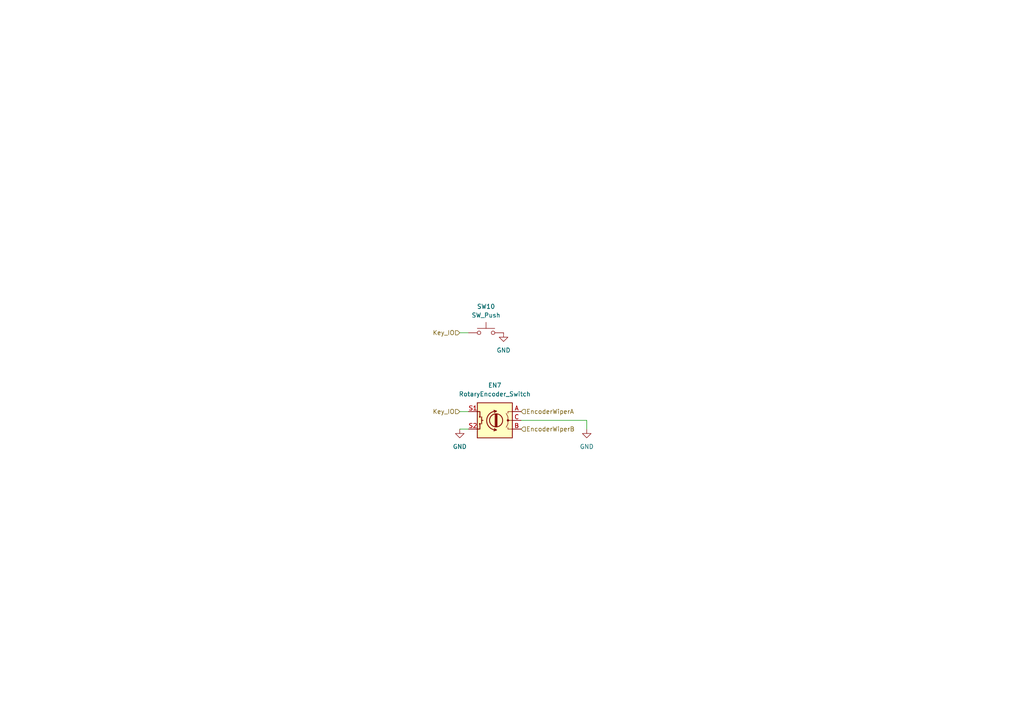
<source format=kicad_sch>
(kicad_sch (version 20211123) (generator eeschema)
  (paper "A4")
  (lib_symbols
    (symbol "Device:RotaryEncoder_Switch" (pin_names (offset 0.254) hide)
      (property "Reference" "SW" (at 0 6.604 0))
      (property "Value" "RotaryEncoder_Switch" (at 0 -6.604 0))
      (symbol "RotaryEncoder_Switch_0_1"
        (rectangle (start -5.08 5.08) (end 5.08 -5.08) (stroke (width 0.254)) (fill (type background)))
        (circle (center -3.81 0) (radius 0.254) (fill (type outline)))
        (arc (start -0.381 -2.794) (mid 2.3622 -0.0635) (end -0.381 2.667) (stroke (width 0.254)))
        (circle (center -0.381 0) (radius 1.905) (stroke (width 0.254)))
        (polyline (pts (xy -0.635 -1.778) (xy -0.635 1.778)) (stroke (width 0.254)))
        (polyline (pts (xy -0.381 -1.778) (xy -0.381 1.778)) (stroke (width 0.254)))
        (polyline (pts (xy -0.127 1.778) (xy -0.127 -1.778)) (stroke (width 0.254)))
        (polyline (pts (xy 3.81 0) (xy 3.429 0)) (stroke (width 0.254)))
        (polyline (pts (xy 3.81 1.016) (xy 3.81 -1.016)) (stroke (width 0.254)))
        (polyline (pts (xy -5.08 -2.54) (xy -3.81 -2.54) (xy -3.81 -2.032)))
        (polyline (pts (xy -5.08 2.54) (xy -3.81 2.54) (xy -3.81 2.032)))
        (polyline (pts (xy 0.254 -3.048) (xy -0.508 -2.794) (xy 0.127 -2.413)) (stroke (width 0.254)))
        (polyline (pts (xy 0.254 2.921) (xy -0.508 2.667) (xy 0.127 2.286)) (stroke (width 0.254)))
        (polyline (pts (xy 5.08 -2.54) (xy 4.318 -2.54) (xy 4.318 -1.016)) (stroke (width 0.254)))
        (polyline (pts (xy 5.08 2.54) (xy 4.318 2.54) (xy 4.318 1.016)) (stroke (width 0.254)))
        (polyline (pts (xy -5.08 0) (xy -3.81 0) (xy -3.81 -1.016) (xy -3.302 -2.032)))
        (polyline (pts (xy -4.318 0) (xy -3.81 0) (xy -3.81 1.016) (xy -3.302 2.032)))
        (circle (center 4.318 -1.016) (radius 0.127) (stroke (width 0.254)))
        (circle (center 4.318 1.016) (radius 0.127) (stroke (width 0.254)))
      )
      (symbol "RotaryEncoder_Switch_1_1"
        (pin passive line (at -7.62 2.54 0) (length 2.54) (name "A") (number "A"))
        (pin passive line (at -7.62 -2.54 0) (length 2.54) (name "B") (number "B"))
        (pin passive line (at -7.62 0 0) (length 2.54) (name "C") (number "C"))
        (pin passive line (at 7.62 2.54 180) (length 2.54) (name "S1") (number "S1"))
        (pin passive line (at 7.62 -2.54 180) (length 2.54) (name "S2") (number "S2"))
      )
    )
    (symbol "Switch:SW_Push" (pin_numbers hide) (pin_names (offset 1.016) hide)
      (property "Reference" "SW" (at 1.27 2.54 0))
      (property "Value" "SW_Push" (at 0 -1.524 0))
      (symbol "SW_Push_0_1"
        (circle (center -2.032 0) (radius 0.508))
        (polyline (pts (xy 0 1.27) (xy 0 3.048)))
        (polyline (pts (xy 2.54 1.27) (xy -2.54 1.27)))
        (circle (center 2.032 0) (radius 0.508))
        (pin passive line (at -5.08 0 0) (length 2.54) (name "1") (number "1"))
        (pin passive line (at 5.08 0 180) (length 2.54) (name "2") (number "2"))
      )
    )
    (symbol "power:GND" (power) (pin_names (offset 0))
      (property "Value" "GND" (at 0 -3.81 0))
      (symbol "GND_0_1"
        (polyline (pts (xy 0 0) (xy 0 -1.27) (xy 1.27 -1.27) (xy 0 -2.54) (xy -1.27 -1.27) (xy 0 -1.27)))
      )
      (symbol "GND_1_1"
        (pin power_in line (at 0 0 270) (length 0) hide (name "GND") (number "1"))
      )
    )
  )
  (wire (pts (xy 151.13 121.92) (xy 170.18 121.92)))
  (wire (pts (xy 133.35 119.38) (xy 135.89 119.38)))
  (wire (pts (xy 170.18 121.92) (xy 170.18 124.46)))
  (wire (pts (xy 135.89 124.46) (xy 133.35 124.46)))
  (wire (pts (xy 133.35 96.52) (xy 135.89 96.52)))
  (hierarchical_label "Key_IO" (shape input) (at 133.35 96.52 180))
  (hierarchical_label "EncoderWiperB" (shape input) (at 151.13 124.46 0))
  (hierarchical_label "Key_IO" (shape input) (at 133.35 119.38 180))
  (hierarchical_label "EncoderWiperA" (shape input) (at 151.13 119.38 0))
  (symbol (lib_id "power:GND") (at 146.05 96.52 0)
    (property "Reference" "#PWR020" (effects hide))
    (property "Value" "GND" (at 146.05 101.6 0))
  )
  (symbol (lib_id "power:GND") (at 170.18 124.46 0)
    (property "Reference" "#PWR021" (effects hide))
    (property "Value" "GND" (at 170.18 129.54 0))
  )
  (symbol (lib_id "Device:RotaryEncoder_Switch") (at 143.51 121.92 0) (mirror y)
    (property "Reference" "EN7" (at 143.51 111.76 0))
    (property "Value" "RotaryEncoder_Switch" (at 143.51 114.3 0))
    (property "Footprint" "Keeby-Cat Footprints:RotaryEncoder_Alps_EC11E-Switch_Vertical_H20mm_nomount_alt" (effects hide))
  )
  (symbol (lib_id "power:GND") (at 133.35 124.46 0)
    (property "Reference" "#PWR019" (effects hide))
    (property "Value" "GND" (at 133.35 129.54 0))
  )
  (symbol (lib_id "Switch:SW_Push") (at 140.97 96.52 0)
    (property "Reference" "SW10" (at 140.97 88.9 0))
    (property "Value" "SW_Push" (at 140.97 91.44 0))
    (property "Footprint" "kbd-footprints:CherryMX_1u_north" (effects hide))
  )
)
</source>
